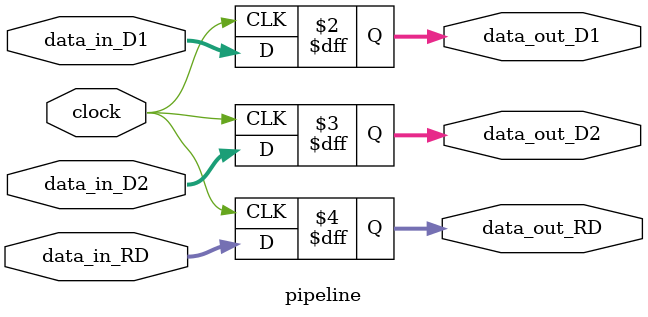
<source format=v>


module pipeline (
	input wire clock,
	input wire [4:0] data_in_RD,
	input wire [31:0] data_in_D1,
	input wire [31:0] data_in_D2,
	output reg [31:0] data_out_D1,
	output reg [31:0]	data_out_D2,
	output reg [4:0] data_out_RD	
	);
	
	
	always @(posedge clock) begin
		data_out_D1<=data_in_D1;
		data_out_D2<=data_in_D2;
		data_out_RD<=data_in_RD;
			
	end
		
		
endmodule

</source>
